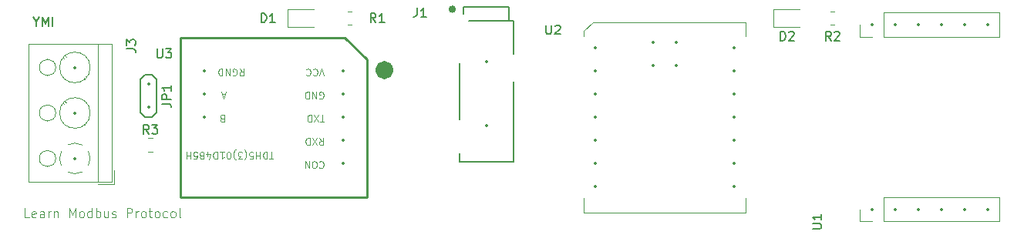
<source format=gto>
%TF.GenerationSoftware,KiCad,Pcbnew,8.0.3*%
%TF.CreationDate,2024-07-22T20:15:05+05:30*%
%TF.ProjectId,learn_modbus_v1,6c656172-6e5f-46d6-9f64-6275735f7631,rev?*%
%TF.SameCoordinates,Original*%
%TF.FileFunction,Legend,Top*%
%TF.FilePolarity,Positive*%
%FSLAX46Y46*%
G04 Gerber Fmt 4.6, Leading zero omitted, Abs format (unit mm)*
G04 Created by KiCad (PCBNEW 8.0.3) date 2024-07-22 20:15:05*
%MOMM*%
%LPD*%
G01*
G04 APERTURE LIST*
%ADD10C,0.200000*%
%ADD11C,0.125000*%
%ADD12C,0.150000*%
%ADD13C,0.101600*%
%ADD14C,0.120000*%
%ADD15C,0.254000*%
%ADD16C,1.100000*%
%ADD17C,0.127000*%
%ADD18C,0.400000*%
%ADD19C,0.350000*%
G04 APERTURE END LIST*
D10*
X80560149Y-67391028D02*
X80560149Y-67867219D01*
X80226816Y-66867219D02*
X80560149Y-67391028D01*
X80560149Y-67391028D02*
X80893482Y-66867219D01*
X81226816Y-67867219D02*
X81226816Y-66867219D01*
X81226816Y-66867219D02*
X81560149Y-67581504D01*
X81560149Y-67581504D02*
X81893482Y-66867219D01*
X81893482Y-66867219D02*
X81893482Y-67867219D01*
X82369673Y-67867219D02*
X82369673Y-66867219D01*
D11*
X79796521Y-88871119D02*
X79320331Y-88871119D01*
X79320331Y-88871119D02*
X79320331Y-87871119D01*
X80510807Y-88823500D02*
X80415569Y-88871119D01*
X80415569Y-88871119D02*
X80225093Y-88871119D01*
X80225093Y-88871119D02*
X80129855Y-88823500D01*
X80129855Y-88823500D02*
X80082236Y-88728261D01*
X80082236Y-88728261D02*
X80082236Y-88347309D01*
X80082236Y-88347309D02*
X80129855Y-88252071D01*
X80129855Y-88252071D02*
X80225093Y-88204452D01*
X80225093Y-88204452D02*
X80415569Y-88204452D01*
X80415569Y-88204452D02*
X80510807Y-88252071D01*
X80510807Y-88252071D02*
X80558426Y-88347309D01*
X80558426Y-88347309D02*
X80558426Y-88442547D01*
X80558426Y-88442547D02*
X80082236Y-88537785D01*
X81415569Y-88871119D02*
X81415569Y-88347309D01*
X81415569Y-88347309D02*
X81367950Y-88252071D01*
X81367950Y-88252071D02*
X81272712Y-88204452D01*
X81272712Y-88204452D02*
X81082236Y-88204452D01*
X81082236Y-88204452D02*
X80986998Y-88252071D01*
X81415569Y-88823500D02*
X81320331Y-88871119D01*
X81320331Y-88871119D02*
X81082236Y-88871119D01*
X81082236Y-88871119D02*
X80986998Y-88823500D01*
X80986998Y-88823500D02*
X80939379Y-88728261D01*
X80939379Y-88728261D02*
X80939379Y-88633023D01*
X80939379Y-88633023D02*
X80986998Y-88537785D01*
X80986998Y-88537785D02*
X81082236Y-88490166D01*
X81082236Y-88490166D02*
X81320331Y-88490166D01*
X81320331Y-88490166D02*
X81415569Y-88442547D01*
X81891760Y-88871119D02*
X81891760Y-88204452D01*
X81891760Y-88394928D02*
X81939379Y-88299690D01*
X81939379Y-88299690D02*
X81986998Y-88252071D01*
X81986998Y-88252071D02*
X82082236Y-88204452D01*
X82082236Y-88204452D02*
X82177474Y-88204452D01*
X82510808Y-88204452D02*
X82510808Y-88871119D01*
X82510808Y-88299690D02*
X82558427Y-88252071D01*
X82558427Y-88252071D02*
X82653665Y-88204452D01*
X82653665Y-88204452D02*
X82796522Y-88204452D01*
X82796522Y-88204452D02*
X82891760Y-88252071D01*
X82891760Y-88252071D02*
X82939379Y-88347309D01*
X82939379Y-88347309D02*
X82939379Y-88871119D01*
X84177475Y-88871119D02*
X84177475Y-87871119D01*
X84177475Y-87871119D02*
X84510808Y-88585404D01*
X84510808Y-88585404D02*
X84844141Y-87871119D01*
X84844141Y-87871119D02*
X84844141Y-88871119D01*
X85463189Y-88871119D02*
X85367951Y-88823500D01*
X85367951Y-88823500D02*
X85320332Y-88775880D01*
X85320332Y-88775880D02*
X85272713Y-88680642D01*
X85272713Y-88680642D02*
X85272713Y-88394928D01*
X85272713Y-88394928D02*
X85320332Y-88299690D01*
X85320332Y-88299690D02*
X85367951Y-88252071D01*
X85367951Y-88252071D02*
X85463189Y-88204452D01*
X85463189Y-88204452D02*
X85606046Y-88204452D01*
X85606046Y-88204452D02*
X85701284Y-88252071D01*
X85701284Y-88252071D02*
X85748903Y-88299690D01*
X85748903Y-88299690D02*
X85796522Y-88394928D01*
X85796522Y-88394928D02*
X85796522Y-88680642D01*
X85796522Y-88680642D02*
X85748903Y-88775880D01*
X85748903Y-88775880D02*
X85701284Y-88823500D01*
X85701284Y-88823500D02*
X85606046Y-88871119D01*
X85606046Y-88871119D02*
X85463189Y-88871119D01*
X86653665Y-88871119D02*
X86653665Y-87871119D01*
X86653665Y-88823500D02*
X86558427Y-88871119D01*
X86558427Y-88871119D02*
X86367951Y-88871119D01*
X86367951Y-88871119D02*
X86272713Y-88823500D01*
X86272713Y-88823500D02*
X86225094Y-88775880D01*
X86225094Y-88775880D02*
X86177475Y-88680642D01*
X86177475Y-88680642D02*
X86177475Y-88394928D01*
X86177475Y-88394928D02*
X86225094Y-88299690D01*
X86225094Y-88299690D02*
X86272713Y-88252071D01*
X86272713Y-88252071D02*
X86367951Y-88204452D01*
X86367951Y-88204452D02*
X86558427Y-88204452D01*
X86558427Y-88204452D02*
X86653665Y-88252071D01*
X87129856Y-88871119D02*
X87129856Y-87871119D01*
X87129856Y-88252071D02*
X87225094Y-88204452D01*
X87225094Y-88204452D02*
X87415570Y-88204452D01*
X87415570Y-88204452D02*
X87510808Y-88252071D01*
X87510808Y-88252071D02*
X87558427Y-88299690D01*
X87558427Y-88299690D02*
X87606046Y-88394928D01*
X87606046Y-88394928D02*
X87606046Y-88680642D01*
X87606046Y-88680642D02*
X87558427Y-88775880D01*
X87558427Y-88775880D02*
X87510808Y-88823500D01*
X87510808Y-88823500D02*
X87415570Y-88871119D01*
X87415570Y-88871119D02*
X87225094Y-88871119D01*
X87225094Y-88871119D02*
X87129856Y-88823500D01*
X88463189Y-88204452D02*
X88463189Y-88871119D01*
X88034618Y-88204452D02*
X88034618Y-88728261D01*
X88034618Y-88728261D02*
X88082237Y-88823500D01*
X88082237Y-88823500D02*
X88177475Y-88871119D01*
X88177475Y-88871119D02*
X88320332Y-88871119D01*
X88320332Y-88871119D02*
X88415570Y-88823500D01*
X88415570Y-88823500D02*
X88463189Y-88775880D01*
X88891761Y-88823500D02*
X88986999Y-88871119D01*
X88986999Y-88871119D02*
X89177475Y-88871119D01*
X89177475Y-88871119D02*
X89272713Y-88823500D01*
X89272713Y-88823500D02*
X89320332Y-88728261D01*
X89320332Y-88728261D02*
X89320332Y-88680642D01*
X89320332Y-88680642D02*
X89272713Y-88585404D01*
X89272713Y-88585404D02*
X89177475Y-88537785D01*
X89177475Y-88537785D02*
X89034618Y-88537785D01*
X89034618Y-88537785D02*
X88939380Y-88490166D01*
X88939380Y-88490166D02*
X88891761Y-88394928D01*
X88891761Y-88394928D02*
X88891761Y-88347309D01*
X88891761Y-88347309D02*
X88939380Y-88252071D01*
X88939380Y-88252071D02*
X89034618Y-88204452D01*
X89034618Y-88204452D02*
X89177475Y-88204452D01*
X89177475Y-88204452D02*
X89272713Y-88252071D01*
X90510809Y-88871119D02*
X90510809Y-87871119D01*
X90510809Y-87871119D02*
X90891761Y-87871119D01*
X90891761Y-87871119D02*
X90986999Y-87918738D01*
X90986999Y-87918738D02*
X91034618Y-87966357D01*
X91034618Y-87966357D02*
X91082237Y-88061595D01*
X91082237Y-88061595D02*
X91082237Y-88204452D01*
X91082237Y-88204452D02*
X91034618Y-88299690D01*
X91034618Y-88299690D02*
X90986999Y-88347309D01*
X90986999Y-88347309D02*
X90891761Y-88394928D01*
X90891761Y-88394928D02*
X90510809Y-88394928D01*
X91510809Y-88871119D02*
X91510809Y-88204452D01*
X91510809Y-88394928D02*
X91558428Y-88299690D01*
X91558428Y-88299690D02*
X91606047Y-88252071D01*
X91606047Y-88252071D02*
X91701285Y-88204452D01*
X91701285Y-88204452D02*
X91796523Y-88204452D01*
X92272714Y-88871119D02*
X92177476Y-88823500D01*
X92177476Y-88823500D02*
X92129857Y-88775880D01*
X92129857Y-88775880D02*
X92082238Y-88680642D01*
X92082238Y-88680642D02*
X92082238Y-88394928D01*
X92082238Y-88394928D02*
X92129857Y-88299690D01*
X92129857Y-88299690D02*
X92177476Y-88252071D01*
X92177476Y-88252071D02*
X92272714Y-88204452D01*
X92272714Y-88204452D02*
X92415571Y-88204452D01*
X92415571Y-88204452D02*
X92510809Y-88252071D01*
X92510809Y-88252071D02*
X92558428Y-88299690D01*
X92558428Y-88299690D02*
X92606047Y-88394928D01*
X92606047Y-88394928D02*
X92606047Y-88680642D01*
X92606047Y-88680642D02*
X92558428Y-88775880D01*
X92558428Y-88775880D02*
X92510809Y-88823500D01*
X92510809Y-88823500D02*
X92415571Y-88871119D01*
X92415571Y-88871119D02*
X92272714Y-88871119D01*
X92891762Y-88204452D02*
X93272714Y-88204452D01*
X93034619Y-87871119D02*
X93034619Y-88728261D01*
X93034619Y-88728261D02*
X93082238Y-88823500D01*
X93082238Y-88823500D02*
X93177476Y-88871119D01*
X93177476Y-88871119D02*
X93272714Y-88871119D01*
X93748905Y-88871119D02*
X93653667Y-88823500D01*
X93653667Y-88823500D02*
X93606048Y-88775880D01*
X93606048Y-88775880D02*
X93558429Y-88680642D01*
X93558429Y-88680642D02*
X93558429Y-88394928D01*
X93558429Y-88394928D02*
X93606048Y-88299690D01*
X93606048Y-88299690D02*
X93653667Y-88252071D01*
X93653667Y-88252071D02*
X93748905Y-88204452D01*
X93748905Y-88204452D02*
X93891762Y-88204452D01*
X93891762Y-88204452D02*
X93987000Y-88252071D01*
X93987000Y-88252071D02*
X94034619Y-88299690D01*
X94034619Y-88299690D02*
X94082238Y-88394928D01*
X94082238Y-88394928D02*
X94082238Y-88680642D01*
X94082238Y-88680642D02*
X94034619Y-88775880D01*
X94034619Y-88775880D02*
X93987000Y-88823500D01*
X93987000Y-88823500D02*
X93891762Y-88871119D01*
X93891762Y-88871119D02*
X93748905Y-88871119D01*
X94939381Y-88823500D02*
X94844143Y-88871119D01*
X94844143Y-88871119D02*
X94653667Y-88871119D01*
X94653667Y-88871119D02*
X94558429Y-88823500D01*
X94558429Y-88823500D02*
X94510810Y-88775880D01*
X94510810Y-88775880D02*
X94463191Y-88680642D01*
X94463191Y-88680642D02*
X94463191Y-88394928D01*
X94463191Y-88394928D02*
X94510810Y-88299690D01*
X94510810Y-88299690D02*
X94558429Y-88252071D01*
X94558429Y-88252071D02*
X94653667Y-88204452D01*
X94653667Y-88204452D02*
X94844143Y-88204452D01*
X94844143Y-88204452D02*
X94939381Y-88252071D01*
X95510810Y-88871119D02*
X95415572Y-88823500D01*
X95415572Y-88823500D02*
X95367953Y-88775880D01*
X95367953Y-88775880D02*
X95320334Y-88680642D01*
X95320334Y-88680642D02*
X95320334Y-88394928D01*
X95320334Y-88394928D02*
X95367953Y-88299690D01*
X95367953Y-88299690D02*
X95415572Y-88252071D01*
X95415572Y-88252071D02*
X95510810Y-88204452D01*
X95510810Y-88204452D02*
X95653667Y-88204452D01*
X95653667Y-88204452D02*
X95748905Y-88252071D01*
X95748905Y-88252071D02*
X95796524Y-88299690D01*
X95796524Y-88299690D02*
X95844143Y-88394928D01*
X95844143Y-88394928D02*
X95844143Y-88680642D01*
X95844143Y-88680642D02*
X95796524Y-88775880D01*
X95796524Y-88775880D02*
X95748905Y-88823500D01*
X95748905Y-88823500D02*
X95653667Y-88871119D01*
X95653667Y-88871119D02*
X95510810Y-88871119D01*
X96415572Y-88871119D02*
X96320334Y-88823500D01*
X96320334Y-88823500D02*
X96272715Y-88728261D01*
X96272715Y-88728261D02*
X96272715Y-87871119D01*
D12*
X167833333Y-69454819D02*
X167500000Y-68978628D01*
X167261905Y-69454819D02*
X167261905Y-68454819D01*
X167261905Y-68454819D02*
X167642857Y-68454819D01*
X167642857Y-68454819D02*
X167738095Y-68502438D01*
X167738095Y-68502438D02*
X167785714Y-68550057D01*
X167785714Y-68550057D02*
X167833333Y-68645295D01*
X167833333Y-68645295D02*
X167833333Y-68788152D01*
X167833333Y-68788152D02*
X167785714Y-68883390D01*
X167785714Y-68883390D02*
X167738095Y-68931009D01*
X167738095Y-68931009D02*
X167642857Y-68978628D01*
X167642857Y-68978628D02*
X167261905Y-68978628D01*
X168214286Y-68550057D02*
X168261905Y-68502438D01*
X168261905Y-68502438D02*
X168357143Y-68454819D01*
X168357143Y-68454819D02*
X168595238Y-68454819D01*
X168595238Y-68454819D02*
X168690476Y-68502438D01*
X168690476Y-68502438D02*
X168738095Y-68550057D01*
X168738095Y-68550057D02*
X168785714Y-68645295D01*
X168785714Y-68645295D02*
X168785714Y-68740533D01*
X168785714Y-68740533D02*
X168738095Y-68883390D01*
X168738095Y-68883390D02*
X168166667Y-69454819D01*
X168166667Y-69454819D02*
X168785714Y-69454819D01*
X162261905Y-69454819D02*
X162261905Y-68454819D01*
X162261905Y-68454819D02*
X162500000Y-68454819D01*
X162500000Y-68454819D02*
X162642857Y-68502438D01*
X162642857Y-68502438D02*
X162738095Y-68597676D01*
X162738095Y-68597676D02*
X162785714Y-68692914D01*
X162785714Y-68692914D02*
X162833333Y-68883390D01*
X162833333Y-68883390D02*
X162833333Y-69026247D01*
X162833333Y-69026247D02*
X162785714Y-69216723D01*
X162785714Y-69216723D02*
X162738095Y-69311961D01*
X162738095Y-69311961D02*
X162642857Y-69407200D01*
X162642857Y-69407200D02*
X162500000Y-69454819D01*
X162500000Y-69454819D02*
X162261905Y-69454819D01*
X163214286Y-68550057D02*
X163261905Y-68502438D01*
X163261905Y-68502438D02*
X163357143Y-68454819D01*
X163357143Y-68454819D02*
X163595238Y-68454819D01*
X163595238Y-68454819D02*
X163690476Y-68502438D01*
X163690476Y-68502438D02*
X163738095Y-68550057D01*
X163738095Y-68550057D02*
X163785714Y-68645295D01*
X163785714Y-68645295D02*
X163785714Y-68740533D01*
X163785714Y-68740533D02*
X163738095Y-68883390D01*
X163738095Y-68883390D02*
X163166667Y-69454819D01*
X163166667Y-69454819D02*
X163785714Y-69454819D01*
X117833333Y-67454819D02*
X117500000Y-66978628D01*
X117261905Y-67454819D02*
X117261905Y-66454819D01*
X117261905Y-66454819D02*
X117642857Y-66454819D01*
X117642857Y-66454819D02*
X117738095Y-66502438D01*
X117738095Y-66502438D02*
X117785714Y-66550057D01*
X117785714Y-66550057D02*
X117833333Y-66645295D01*
X117833333Y-66645295D02*
X117833333Y-66788152D01*
X117833333Y-66788152D02*
X117785714Y-66883390D01*
X117785714Y-66883390D02*
X117738095Y-66931009D01*
X117738095Y-66931009D02*
X117642857Y-66978628D01*
X117642857Y-66978628D02*
X117261905Y-66978628D01*
X118785714Y-67454819D02*
X118214286Y-67454819D01*
X118500000Y-67454819D02*
X118500000Y-66454819D01*
X118500000Y-66454819D02*
X118404762Y-66597676D01*
X118404762Y-66597676D02*
X118309524Y-66692914D01*
X118309524Y-66692914D02*
X118214286Y-66740533D01*
X105261905Y-67454819D02*
X105261905Y-66454819D01*
X105261905Y-66454819D02*
X105500000Y-66454819D01*
X105500000Y-66454819D02*
X105642857Y-66502438D01*
X105642857Y-66502438D02*
X105738095Y-66597676D01*
X105738095Y-66597676D02*
X105785714Y-66692914D01*
X105785714Y-66692914D02*
X105833333Y-66883390D01*
X105833333Y-66883390D02*
X105833333Y-67026247D01*
X105833333Y-67026247D02*
X105785714Y-67216723D01*
X105785714Y-67216723D02*
X105738095Y-67311961D01*
X105738095Y-67311961D02*
X105642857Y-67407200D01*
X105642857Y-67407200D02*
X105500000Y-67454819D01*
X105500000Y-67454819D02*
X105261905Y-67454819D01*
X106785714Y-67454819D02*
X106214286Y-67454819D01*
X106500000Y-67454819D02*
X106500000Y-66454819D01*
X106500000Y-66454819D02*
X106404762Y-66597676D01*
X106404762Y-66597676D02*
X106309524Y-66692914D01*
X106309524Y-66692914D02*
X106214286Y-66740533D01*
X93838095Y-70354819D02*
X93838095Y-71164342D01*
X93838095Y-71164342D02*
X93885714Y-71259580D01*
X93885714Y-71259580D02*
X93933333Y-71307200D01*
X93933333Y-71307200D02*
X94028571Y-71354819D01*
X94028571Y-71354819D02*
X94219047Y-71354819D01*
X94219047Y-71354819D02*
X94314285Y-71307200D01*
X94314285Y-71307200D02*
X94361904Y-71259580D01*
X94361904Y-71259580D02*
X94409523Y-71164342D01*
X94409523Y-71164342D02*
X94409523Y-70354819D01*
X94790476Y-70354819D02*
X95409523Y-70354819D01*
X95409523Y-70354819D02*
X95076190Y-70735771D01*
X95076190Y-70735771D02*
X95219047Y-70735771D01*
X95219047Y-70735771D02*
X95314285Y-70783390D01*
X95314285Y-70783390D02*
X95361904Y-70831009D01*
X95361904Y-70831009D02*
X95409523Y-70926247D01*
X95409523Y-70926247D02*
X95409523Y-71164342D01*
X95409523Y-71164342D02*
X95361904Y-71259580D01*
X95361904Y-71259580D02*
X95314285Y-71307200D01*
X95314285Y-71307200D02*
X95219047Y-71354819D01*
X95219047Y-71354819D02*
X94933333Y-71354819D01*
X94933333Y-71354819D02*
X94838095Y-71307200D01*
X94838095Y-71307200D02*
X94790476Y-71259580D01*
D13*
X111631300Y-82770109D02*
X111667586Y-82733824D01*
X111667586Y-82733824D02*
X111776443Y-82697538D01*
X111776443Y-82697538D02*
X111849015Y-82697538D01*
X111849015Y-82697538D02*
X111957872Y-82733824D01*
X111957872Y-82733824D02*
X112030443Y-82806395D01*
X112030443Y-82806395D02*
X112066729Y-82878966D01*
X112066729Y-82878966D02*
X112103015Y-83024109D01*
X112103015Y-83024109D02*
X112103015Y-83132966D01*
X112103015Y-83132966D02*
X112066729Y-83278109D01*
X112066729Y-83278109D02*
X112030443Y-83350681D01*
X112030443Y-83350681D02*
X111957872Y-83423252D01*
X111957872Y-83423252D02*
X111849015Y-83459538D01*
X111849015Y-83459538D02*
X111776443Y-83459538D01*
X111776443Y-83459538D02*
X111667586Y-83423252D01*
X111667586Y-83423252D02*
X111631300Y-83386966D01*
X111159586Y-83459538D02*
X111014443Y-83459538D01*
X111014443Y-83459538D02*
X110941872Y-83423252D01*
X110941872Y-83423252D02*
X110869300Y-83350681D01*
X110869300Y-83350681D02*
X110833015Y-83205538D01*
X110833015Y-83205538D02*
X110833015Y-82951538D01*
X110833015Y-82951538D02*
X110869300Y-82806395D01*
X110869300Y-82806395D02*
X110941872Y-82733824D01*
X110941872Y-82733824D02*
X111014443Y-82697538D01*
X111014443Y-82697538D02*
X111159586Y-82697538D01*
X111159586Y-82697538D02*
X111232158Y-82733824D01*
X111232158Y-82733824D02*
X111304729Y-82806395D01*
X111304729Y-82806395D02*
X111341015Y-82951538D01*
X111341015Y-82951538D02*
X111341015Y-83205538D01*
X111341015Y-83205538D02*
X111304729Y-83350681D01*
X111304729Y-83350681D02*
X111232158Y-83423252D01*
X111232158Y-83423252D02*
X111159586Y-83459538D01*
X110506443Y-82697538D02*
X110506443Y-83459538D01*
X110506443Y-83459538D02*
X110071014Y-82697538D01*
X110071014Y-82697538D02*
X110071014Y-83459538D01*
X100934719Y-78016681D02*
X100825862Y-77980395D01*
X100825862Y-77980395D02*
X100789576Y-77944109D01*
X100789576Y-77944109D02*
X100753290Y-77871538D01*
X100753290Y-77871538D02*
X100753290Y-77762681D01*
X100753290Y-77762681D02*
X100789576Y-77690109D01*
X100789576Y-77690109D02*
X100825862Y-77653824D01*
X100825862Y-77653824D02*
X100898433Y-77617538D01*
X100898433Y-77617538D02*
X101188719Y-77617538D01*
X101188719Y-77617538D02*
X101188719Y-78379538D01*
X101188719Y-78379538D02*
X100934719Y-78379538D01*
X100934719Y-78379538D02*
X100862148Y-78343252D01*
X100862148Y-78343252D02*
X100825862Y-78306966D01*
X100825862Y-78306966D02*
X100789576Y-78234395D01*
X100789576Y-78234395D02*
X100789576Y-78161824D01*
X100789576Y-78161824D02*
X100825862Y-78089252D01*
X100825862Y-78089252D02*
X100862148Y-78052966D01*
X100862148Y-78052966D02*
X100934719Y-78016681D01*
X100934719Y-78016681D02*
X101188719Y-78016681D01*
X101297555Y-75295252D02*
X100934698Y-75295252D01*
X101370126Y-75077538D02*
X101116126Y-75839538D01*
X101116126Y-75839538D02*
X100862126Y-75077538D01*
X112175586Y-78379538D02*
X111740158Y-78379538D01*
X111957872Y-77617538D02*
X111957872Y-78379538D01*
X111558729Y-78379538D02*
X111050729Y-77617538D01*
X111050729Y-78379538D02*
X111558729Y-77617538D01*
X110760444Y-77617538D02*
X110760444Y-78379538D01*
X110760444Y-78379538D02*
X110579015Y-78379538D01*
X110579015Y-78379538D02*
X110470158Y-78343252D01*
X110470158Y-78343252D02*
X110397587Y-78270681D01*
X110397587Y-78270681D02*
X110361301Y-78198109D01*
X110361301Y-78198109D02*
X110325015Y-78052966D01*
X110325015Y-78052966D02*
X110325015Y-77944109D01*
X110325015Y-77944109D02*
X110361301Y-77798966D01*
X110361301Y-77798966D02*
X110397587Y-77726395D01*
X110397587Y-77726395D02*
X110470158Y-77653824D01*
X110470158Y-77653824D02*
X110579015Y-77617538D01*
X110579015Y-77617538D02*
X110760444Y-77617538D01*
X112175586Y-73299538D02*
X111921586Y-72537538D01*
X111921586Y-72537538D02*
X111667586Y-73299538D01*
X110978157Y-72610109D02*
X111014443Y-72573824D01*
X111014443Y-72573824D02*
X111123300Y-72537538D01*
X111123300Y-72537538D02*
X111195872Y-72537538D01*
X111195872Y-72537538D02*
X111304729Y-72573824D01*
X111304729Y-72573824D02*
X111377300Y-72646395D01*
X111377300Y-72646395D02*
X111413586Y-72718966D01*
X111413586Y-72718966D02*
X111449872Y-72864109D01*
X111449872Y-72864109D02*
X111449872Y-72972966D01*
X111449872Y-72972966D02*
X111413586Y-73118109D01*
X111413586Y-73118109D02*
X111377300Y-73190681D01*
X111377300Y-73190681D02*
X111304729Y-73263252D01*
X111304729Y-73263252D02*
X111195872Y-73299538D01*
X111195872Y-73299538D02*
X111123300Y-73299538D01*
X111123300Y-73299538D02*
X111014443Y-73263252D01*
X111014443Y-73263252D02*
X110978157Y-73226966D01*
X110216157Y-72610109D02*
X110252443Y-72573824D01*
X110252443Y-72573824D02*
X110361300Y-72537538D01*
X110361300Y-72537538D02*
X110433872Y-72537538D01*
X110433872Y-72537538D02*
X110542729Y-72573824D01*
X110542729Y-72573824D02*
X110615300Y-72646395D01*
X110615300Y-72646395D02*
X110651586Y-72718966D01*
X110651586Y-72718966D02*
X110687872Y-72864109D01*
X110687872Y-72864109D02*
X110687872Y-72972966D01*
X110687872Y-72972966D02*
X110651586Y-73118109D01*
X110651586Y-73118109D02*
X110615300Y-73190681D01*
X110615300Y-73190681D02*
X110542729Y-73263252D01*
X110542729Y-73263252D02*
X110433872Y-73299538D01*
X110433872Y-73299538D02*
X110361300Y-73299538D01*
X110361300Y-73299538D02*
X110252443Y-73263252D01*
X110252443Y-73263252D02*
X110216157Y-73226966D01*
X106587586Y-82443538D02*
X106152158Y-82443538D01*
X106369872Y-81681538D02*
X106369872Y-82443538D01*
X105898158Y-81681538D02*
X105898158Y-82443538D01*
X105898158Y-82443538D02*
X105716729Y-82443538D01*
X105716729Y-82443538D02*
X105607872Y-82407252D01*
X105607872Y-82407252D02*
X105535301Y-82334681D01*
X105535301Y-82334681D02*
X105499015Y-82262109D01*
X105499015Y-82262109D02*
X105462729Y-82116966D01*
X105462729Y-82116966D02*
X105462729Y-82008109D01*
X105462729Y-82008109D02*
X105499015Y-81862966D01*
X105499015Y-81862966D02*
X105535301Y-81790395D01*
X105535301Y-81790395D02*
X105607872Y-81717824D01*
X105607872Y-81717824D02*
X105716729Y-81681538D01*
X105716729Y-81681538D02*
X105898158Y-81681538D01*
X105136158Y-81681538D02*
X105136158Y-82443538D01*
X105136158Y-82080681D02*
X104700729Y-82080681D01*
X104700729Y-81681538D02*
X104700729Y-82443538D01*
X103975015Y-82443538D02*
X104337872Y-82443538D01*
X104337872Y-82443538D02*
X104374158Y-82080681D01*
X104374158Y-82080681D02*
X104337872Y-82116966D01*
X104337872Y-82116966D02*
X104265301Y-82153252D01*
X104265301Y-82153252D02*
X104083872Y-82153252D01*
X104083872Y-82153252D02*
X104011301Y-82116966D01*
X104011301Y-82116966D02*
X103975015Y-82080681D01*
X103975015Y-82080681D02*
X103938729Y-82008109D01*
X103938729Y-82008109D02*
X103938729Y-81826681D01*
X103938729Y-81826681D02*
X103975015Y-81754109D01*
X103975015Y-81754109D02*
X104011301Y-81717824D01*
X104011301Y-81717824D02*
X104083872Y-81681538D01*
X104083872Y-81681538D02*
X104265301Y-81681538D01*
X104265301Y-81681538D02*
X104337872Y-81717824D01*
X104337872Y-81717824D02*
X104374158Y-81754109D01*
X103394444Y-81391252D02*
X103430729Y-81427538D01*
X103430729Y-81427538D02*
X103503301Y-81536395D01*
X103503301Y-81536395D02*
X103539587Y-81608966D01*
X103539587Y-81608966D02*
X103575872Y-81717824D01*
X103575872Y-81717824D02*
X103612158Y-81899252D01*
X103612158Y-81899252D02*
X103612158Y-82044395D01*
X103612158Y-82044395D02*
X103575872Y-82225824D01*
X103575872Y-82225824D02*
X103539587Y-82334681D01*
X103539587Y-82334681D02*
X103503301Y-82407252D01*
X103503301Y-82407252D02*
X103430729Y-82516109D01*
X103430729Y-82516109D02*
X103394444Y-82552395D01*
X103176729Y-82443538D02*
X102705015Y-82443538D01*
X102705015Y-82443538D02*
X102959015Y-82153252D01*
X102959015Y-82153252D02*
X102850158Y-82153252D01*
X102850158Y-82153252D02*
X102777587Y-82116966D01*
X102777587Y-82116966D02*
X102741301Y-82080681D01*
X102741301Y-82080681D02*
X102705015Y-82008109D01*
X102705015Y-82008109D02*
X102705015Y-81826681D01*
X102705015Y-81826681D02*
X102741301Y-81754109D01*
X102741301Y-81754109D02*
X102777587Y-81717824D01*
X102777587Y-81717824D02*
X102850158Y-81681538D01*
X102850158Y-81681538D02*
X103067872Y-81681538D01*
X103067872Y-81681538D02*
X103140444Y-81717824D01*
X103140444Y-81717824D02*
X103176729Y-81754109D01*
X102451015Y-81391252D02*
X102414730Y-81427538D01*
X102414730Y-81427538D02*
X102342158Y-81536395D01*
X102342158Y-81536395D02*
X102305873Y-81608966D01*
X102305873Y-81608966D02*
X102269587Y-81717824D01*
X102269587Y-81717824D02*
X102233301Y-81899252D01*
X102233301Y-81899252D02*
X102233301Y-82044395D01*
X102233301Y-82044395D02*
X102269587Y-82225824D01*
X102269587Y-82225824D02*
X102305873Y-82334681D01*
X102305873Y-82334681D02*
X102342158Y-82407252D01*
X102342158Y-82407252D02*
X102414730Y-82516109D01*
X102414730Y-82516109D02*
X102451015Y-82552395D01*
X101725301Y-82443538D02*
X101652730Y-82443538D01*
X101652730Y-82443538D02*
X101580158Y-82407252D01*
X101580158Y-82407252D02*
X101543873Y-82370966D01*
X101543873Y-82370966D02*
X101507587Y-82298395D01*
X101507587Y-82298395D02*
X101471301Y-82153252D01*
X101471301Y-82153252D02*
X101471301Y-81971824D01*
X101471301Y-81971824D02*
X101507587Y-81826681D01*
X101507587Y-81826681D02*
X101543873Y-81754109D01*
X101543873Y-81754109D02*
X101580158Y-81717824D01*
X101580158Y-81717824D02*
X101652730Y-81681538D01*
X101652730Y-81681538D02*
X101725301Y-81681538D01*
X101725301Y-81681538D02*
X101797873Y-81717824D01*
X101797873Y-81717824D02*
X101834158Y-81754109D01*
X101834158Y-81754109D02*
X101870444Y-81826681D01*
X101870444Y-81826681D02*
X101906730Y-81971824D01*
X101906730Y-81971824D02*
X101906730Y-82153252D01*
X101906730Y-82153252D02*
X101870444Y-82298395D01*
X101870444Y-82298395D02*
X101834158Y-82370966D01*
X101834158Y-82370966D02*
X101797873Y-82407252D01*
X101797873Y-82407252D02*
X101725301Y-82443538D01*
X100745587Y-81681538D02*
X101181016Y-81681538D01*
X100963301Y-81681538D02*
X100963301Y-82443538D01*
X100963301Y-82443538D02*
X101035873Y-82334681D01*
X101035873Y-82334681D02*
X101108444Y-82262109D01*
X101108444Y-82262109D02*
X101181016Y-82225824D01*
X100419016Y-81681538D02*
X100419016Y-82443538D01*
X100419016Y-82443538D02*
X100237587Y-82443538D01*
X100237587Y-82443538D02*
X100128730Y-82407252D01*
X100128730Y-82407252D02*
X100056159Y-82334681D01*
X100056159Y-82334681D02*
X100019873Y-82262109D01*
X100019873Y-82262109D02*
X99983587Y-82116966D01*
X99983587Y-82116966D02*
X99983587Y-82008109D01*
X99983587Y-82008109D02*
X100019873Y-81862966D01*
X100019873Y-81862966D02*
X100056159Y-81790395D01*
X100056159Y-81790395D02*
X100128730Y-81717824D01*
X100128730Y-81717824D02*
X100237587Y-81681538D01*
X100237587Y-81681538D02*
X100419016Y-81681538D01*
X99330445Y-82189538D02*
X99330445Y-81681538D01*
X99511873Y-82479824D02*
X99693302Y-81935538D01*
X99693302Y-81935538D02*
X99221587Y-81935538D01*
X98822445Y-82116966D02*
X98895016Y-82153252D01*
X98895016Y-82153252D02*
X98931302Y-82189538D01*
X98931302Y-82189538D02*
X98967588Y-82262109D01*
X98967588Y-82262109D02*
X98967588Y-82298395D01*
X98967588Y-82298395D02*
X98931302Y-82370966D01*
X98931302Y-82370966D02*
X98895016Y-82407252D01*
X98895016Y-82407252D02*
X98822445Y-82443538D01*
X98822445Y-82443538D02*
X98677302Y-82443538D01*
X98677302Y-82443538D02*
X98604731Y-82407252D01*
X98604731Y-82407252D02*
X98568445Y-82370966D01*
X98568445Y-82370966D02*
X98532159Y-82298395D01*
X98532159Y-82298395D02*
X98532159Y-82262109D01*
X98532159Y-82262109D02*
X98568445Y-82189538D01*
X98568445Y-82189538D02*
X98604731Y-82153252D01*
X98604731Y-82153252D02*
X98677302Y-82116966D01*
X98677302Y-82116966D02*
X98822445Y-82116966D01*
X98822445Y-82116966D02*
X98895016Y-82080681D01*
X98895016Y-82080681D02*
X98931302Y-82044395D01*
X98931302Y-82044395D02*
X98967588Y-81971824D01*
X98967588Y-81971824D02*
X98967588Y-81826681D01*
X98967588Y-81826681D02*
X98931302Y-81754109D01*
X98931302Y-81754109D02*
X98895016Y-81717824D01*
X98895016Y-81717824D02*
X98822445Y-81681538D01*
X98822445Y-81681538D02*
X98677302Y-81681538D01*
X98677302Y-81681538D02*
X98604731Y-81717824D01*
X98604731Y-81717824D02*
X98568445Y-81754109D01*
X98568445Y-81754109D02*
X98532159Y-81826681D01*
X98532159Y-81826681D02*
X98532159Y-81971824D01*
X98532159Y-81971824D02*
X98568445Y-82044395D01*
X98568445Y-82044395D02*
X98604731Y-82080681D01*
X98604731Y-82080681D02*
X98677302Y-82116966D01*
X97842731Y-82443538D02*
X98205588Y-82443538D01*
X98205588Y-82443538D02*
X98241874Y-82080681D01*
X98241874Y-82080681D02*
X98205588Y-82116966D01*
X98205588Y-82116966D02*
X98133017Y-82153252D01*
X98133017Y-82153252D02*
X97951588Y-82153252D01*
X97951588Y-82153252D02*
X97879017Y-82116966D01*
X97879017Y-82116966D02*
X97842731Y-82080681D01*
X97842731Y-82080681D02*
X97806445Y-82008109D01*
X97806445Y-82008109D02*
X97806445Y-81826681D01*
X97806445Y-81826681D02*
X97842731Y-81754109D01*
X97842731Y-81754109D02*
X97879017Y-81717824D01*
X97879017Y-81717824D02*
X97951588Y-81681538D01*
X97951588Y-81681538D02*
X98133017Y-81681538D01*
X98133017Y-81681538D02*
X98205588Y-81717824D01*
X98205588Y-81717824D02*
X98241874Y-81754109D01*
X97479874Y-81681538D02*
X97479874Y-82443538D01*
X97479874Y-82080681D02*
X97044445Y-82080681D01*
X97044445Y-81681538D02*
X97044445Y-82443538D01*
X111667586Y-75803252D02*
X111740158Y-75839538D01*
X111740158Y-75839538D02*
X111849015Y-75839538D01*
X111849015Y-75839538D02*
X111957872Y-75803252D01*
X111957872Y-75803252D02*
X112030443Y-75730681D01*
X112030443Y-75730681D02*
X112066729Y-75658109D01*
X112066729Y-75658109D02*
X112103015Y-75512966D01*
X112103015Y-75512966D02*
X112103015Y-75404109D01*
X112103015Y-75404109D02*
X112066729Y-75258966D01*
X112066729Y-75258966D02*
X112030443Y-75186395D01*
X112030443Y-75186395D02*
X111957872Y-75113824D01*
X111957872Y-75113824D02*
X111849015Y-75077538D01*
X111849015Y-75077538D02*
X111776443Y-75077538D01*
X111776443Y-75077538D02*
X111667586Y-75113824D01*
X111667586Y-75113824D02*
X111631300Y-75150109D01*
X111631300Y-75150109D02*
X111631300Y-75404109D01*
X111631300Y-75404109D02*
X111776443Y-75404109D01*
X111304729Y-75077538D02*
X111304729Y-75839538D01*
X111304729Y-75839538D02*
X110869300Y-75077538D01*
X110869300Y-75077538D02*
X110869300Y-75839538D01*
X110506443Y-75077538D02*
X110506443Y-75839538D01*
X110506443Y-75839538D02*
X110325014Y-75839538D01*
X110325014Y-75839538D02*
X110216157Y-75803252D01*
X110216157Y-75803252D02*
X110143586Y-75730681D01*
X110143586Y-75730681D02*
X110107300Y-75658109D01*
X110107300Y-75658109D02*
X110071014Y-75512966D01*
X110071014Y-75512966D02*
X110071014Y-75404109D01*
X110071014Y-75404109D02*
X110107300Y-75258966D01*
X110107300Y-75258966D02*
X110143586Y-75186395D01*
X110143586Y-75186395D02*
X110216157Y-75113824D01*
X110216157Y-75113824D02*
X110325014Y-75077538D01*
X110325014Y-75077538D02*
X110506443Y-75077538D01*
X111631300Y-80157538D02*
X111885300Y-80520395D01*
X112066729Y-80157538D02*
X112066729Y-80919538D01*
X112066729Y-80919538D02*
X111776443Y-80919538D01*
X111776443Y-80919538D02*
X111703872Y-80883252D01*
X111703872Y-80883252D02*
X111667586Y-80846966D01*
X111667586Y-80846966D02*
X111631300Y-80774395D01*
X111631300Y-80774395D02*
X111631300Y-80665538D01*
X111631300Y-80665538D02*
X111667586Y-80592966D01*
X111667586Y-80592966D02*
X111703872Y-80556681D01*
X111703872Y-80556681D02*
X111776443Y-80520395D01*
X111776443Y-80520395D02*
X112066729Y-80520395D01*
X111377300Y-80919538D02*
X110869300Y-80157538D01*
X110869300Y-80919538D02*
X111377300Y-80157538D01*
X110579015Y-80157538D02*
X110579015Y-80919538D01*
X110579015Y-80919538D02*
X110397586Y-80919538D01*
X110397586Y-80919538D02*
X110288729Y-80883252D01*
X110288729Y-80883252D02*
X110216158Y-80810681D01*
X110216158Y-80810681D02*
X110179872Y-80738109D01*
X110179872Y-80738109D02*
X110143586Y-80592966D01*
X110143586Y-80592966D02*
X110143586Y-80484109D01*
X110143586Y-80484109D02*
X110179872Y-80338966D01*
X110179872Y-80338966D02*
X110216158Y-80266395D01*
X110216158Y-80266395D02*
X110288729Y-80193824D01*
X110288729Y-80193824D02*
X110397586Y-80157538D01*
X110397586Y-80157538D02*
X110579015Y-80157538D01*
X102868300Y-72537538D02*
X103122300Y-72900395D01*
X103303729Y-72537538D02*
X103303729Y-73299538D01*
X103303729Y-73299538D02*
X103013443Y-73299538D01*
X103013443Y-73299538D02*
X102940872Y-73263252D01*
X102940872Y-73263252D02*
X102904586Y-73226966D01*
X102904586Y-73226966D02*
X102868300Y-73154395D01*
X102868300Y-73154395D02*
X102868300Y-73045538D01*
X102868300Y-73045538D02*
X102904586Y-72972966D01*
X102904586Y-72972966D02*
X102940872Y-72936681D01*
X102940872Y-72936681D02*
X103013443Y-72900395D01*
X103013443Y-72900395D02*
X103303729Y-72900395D01*
X102142586Y-73263252D02*
X102215158Y-73299538D01*
X102215158Y-73299538D02*
X102324015Y-73299538D01*
X102324015Y-73299538D02*
X102432872Y-73263252D01*
X102432872Y-73263252D02*
X102505443Y-73190681D01*
X102505443Y-73190681D02*
X102541729Y-73118109D01*
X102541729Y-73118109D02*
X102578015Y-72972966D01*
X102578015Y-72972966D02*
X102578015Y-72864109D01*
X102578015Y-72864109D02*
X102541729Y-72718966D01*
X102541729Y-72718966D02*
X102505443Y-72646395D01*
X102505443Y-72646395D02*
X102432872Y-72573824D01*
X102432872Y-72573824D02*
X102324015Y-72537538D01*
X102324015Y-72537538D02*
X102251443Y-72537538D01*
X102251443Y-72537538D02*
X102142586Y-72573824D01*
X102142586Y-72573824D02*
X102106300Y-72610109D01*
X102106300Y-72610109D02*
X102106300Y-72864109D01*
X102106300Y-72864109D02*
X102251443Y-72864109D01*
X101779729Y-72537538D02*
X101779729Y-73299538D01*
X101779729Y-73299538D02*
X101344300Y-72537538D01*
X101344300Y-72537538D02*
X101344300Y-73299538D01*
X100981443Y-72537538D02*
X100981443Y-73299538D01*
X100981443Y-73299538D02*
X100800014Y-73299538D01*
X100800014Y-73299538D02*
X100691157Y-73263252D01*
X100691157Y-73263252D02*
X100618586Y-73190681D01*
X100618586Y-73190681D02*
X100582300Y-73118109D01*
X100582300Y-73118109D02*
X100546014Y-72972966D01*
X100546014Y-72972966D02*
X100546014Y-72864109D01*
X100546014Y-72864109D02*
X100582300Y-72718966D01*
X100582300Y-72718966D02*
X100618586Y-72646395D01*
X100618586Y-72646395D02*
X100691157Y-72573824D01*
X100691157Y-72573824D02*
X100800014Y-72537538D01*
X100800014Y-72537538D02*
X100981443Y-72537538D01*
D12*
X94354819Y-76383333D02*
X95069104Y-76383333D01*
X95069104Y-76383333D02*
X95211961Y-76430952D01*
X95211961Y-76430952D02*
X95307200Y-76526190D01*
X95307200Y-76526190D02*
X95354819Y-76669047D01*
X95354819Y-76669047D02*
X95354819Y-76764285D01*
X95354819Y-75907142D02*
X94354819Y-75907142D01*
X94354819Y-75907142D02*
X94354819Y-75526190D01*
X94354819Y-75526190D02*
X94402438Y-75430952D01*
X94402438Y-75430952D02*
X94450057Y-75383333D01*
X94450057Y-75383333D02*
X94545295Y-75335714D01*
X94545295Y-75335714D02*
X94688152Y-75335714D01*
X94688152Y-75335714D02*
X94783390Y-75383333D01*
X94783390Y-75383333D02*
X94831009Y-75430952D01*
X94831009Y-75430952D02*
X94878628Y-75526190D01*
X94878628Y-75526190D02*
X94878628Y-75907142D01*
X95354819Y-74383333D02*
X95354819Y-74954761D01*
X95354819Y-74669047D02*
X94354819Y-74669047D01*
X94354819Y-74669047D02*
X94497676Y-74764285D01*
X94497676Y-74764285D02*
X94592914Y-74859523D01*
X94592914Y-74859523D02*
X94640533Y-74954761D01*
X90454819Y-70333333D02*
X91169104Y-70333333D01*
X91169104Y-70333333D02*
X91311961Y-70380952D01*
X91311961Y-70380952D02*
X91407200Y-70476190D01*
X91407200Y-70476190D02*
X91454819Y-70619047D01*
X91454819Y-70619047D02*
X91454819Y-70714285D01*
X90454819Y-69952380D02*
X90454819Y-69333333D01*
X90454819Y-69333333D02*
X90835771Y-69666666D01*
X90835771Y-69666666D02*
X90835771Y-69523809D01*
X90835771Y-69523809D02*
X90883390Y-69428571D01*
X90883390Y-69428571D02*
X90931009Y-69380952D01*
X90931009Y-69380952D02*
X91026247Y-69333333D01*
X91026247Y-69333333D02*
X91264342Y-69333333D01*
X91264342Y-69333333D02*
X91359580Y-69380952D01*
X91359580Y-69380952D02*
X91407200Y-69428571D01*
X91407200Y-69428571D02*
X91454819Y-69523809D01*
X91454819Y-69523809D02*
X91454819Y-69809523D01*
X91454819Y-69809523D02*
X91407200Y-69904761D01*
X91407200Y-69904761D02*
X91359580Y-69952380D01*
X92933333Y-79704819D02*
X92600000Y-79228628D01*
X92361905Y-79704819D02*
X92361905Y-78704819D01*
X92361905Y-78704819D02*
X92742857Y-78704819D01*
X92742857Y-78704819D02*
X92838095Y-78752438D01*
X92838095Y-78752438D02*
X92885714Y-78800057D01*
X92885714Y-78800057D02*
X92933333Y-78895295D01*
X92933333Y-78895295D02*
X92933333Y-79038152D01*
X92933333Y-79038152D02*
X92885714Y-79133390D01*
X92885714Y-79133390D02*
X92838095Y-79181009D01*
X92838095Y-79181009D02*
X92742857Y-79228628D01*
X92742857Y-79228628D02*
X92361905Y-79228628D01*
X93266667Y-78704819D02*
X93885714Y-78704819D01*
X93885714Y-78704819D02*
X93552381Y-79085771D01*
X93552381Y-79085771D02*
X93695238Y-79085771D01*
X93695238Y-79085771D02*
X93790476Y-79133390D01*
X93790476Y-79133390D02*
X93838095Y-79181009D01*
X93838095Y-79181009D02*
X93885714Y-79276247D01*
X93885714Y-79276247D02*
X93885714Y-79514342D01*
X93885714Y-79514342D02*
X93838095Y-79609580D01*
X93838095Y-79609580D02*
X93790476Y-79657200D01*
X93790476Y-79657200D02*
X93695238Y-79704819D01*
X93695238Y-79704819D02*
X93409524Y-79704819D01*
X93409524Y-79704819D02*
X93314286Y-79657200D01*
X93314286Y-79657200D02*
X93266667Y-79609580D01*
X136538095Y-67754819D02*
X136538095Y-68564342D01*
X136538095Y-68564342D02*
X136585714Y-68659580D01*
X136585714Y-68659580D02*
X136633333Y-68707200D01*
X136633333Y-68707200D02*
X136728571Y-68754819D01*
X136728571Y-68754819D02*
X136919047Y-68754819D01*
X136919047Y-68754819D02*
X137014285Y-68707200D01*
X137014285Y-68707200D02*
X137061904Y-68659580D01*
X137061904Y-68659580D02*
X137109523Y-68564342D01*
X137109523Y-68564342D02*
X137109523Y-67754819D01*
X137538095Y-67850057D02*
X137585714Y-67802438D01*
X137585714Y-67802438D02*
X137680952Y-67754819D01*
X137680952Y-67754819D02*
X137919047Y-67754819D01*
X137919047Y-67754819D02*
X138014285Y-67802438D01*
X138014285Y-67802438D02*
X138061904Y-67850057D01*
X138061904Y-67850057D02*
X138109523Y-67945295D01*
X138109523Y-67945295D02*
X138109523Y-68040533D01*
X138109523Y-68040533D02*
X138061904Y-68183390D01*
X138061904Y-68183390D02*
X137490476Y-68754819D01*
X137490476Y-68754819D02*
X138109523Y-68754819D01*
X122365136Y-65852352D02*
X122365136Y-66569917D01*
X122365136Y-66569917D02*
X122317298Y-66713430D01*
X122317298Y-66713430D02*
X122221623Y-66809106D01*
X122221623Y-66809106D02*
X122078110Y-66856943D01*
X122078110Y-66856943D02*
X121982435Y-66856943D01*
X123369727Y-66856943D02*
X122795675Y-66856943D01*
X123082701Y-66856943D02*
X123082701Y-65852352D01*
X123082701Y-65852352D02*
X122987026Y-65995865D01*
X122987026Y-65995865D02*
X122891351Y-66091541D01*
X122891351Y-66091541D02*
X122795675Y-66139378D01*
X165784819Y-90121904D02*
X166594342Y-90121904D01*
X166594342Y-90121904D02*
X166689580Y-90074285D01*
X166689580Y-90074285D02*
X166737200Y-90026666D01*
X166737200Y-90026666D02*
X166784819Y-89931428D01*
X166784819Y-89931428D02*
X166784819Y-89740952D01*
X166784819Y-89740952D02*
X166737200Y-89645714D01*
X166737200Y-89645714D02*
X166689580Y-89598095D01*
X166689580Y-89598095D02*
X166594342Y-89550476D01*
X166594342Y-89550476D02*
X165784819Y-89550476D01*
X166784819Y-88550476D02*
X166784819Y-89121904D01*
X166784819Y-88836190D02*
X165784819Y-88836190D01*
X165784819Y-88836190D02*
X165927676Y-88931428D01*
X165927676Y-88931428D02*
X166022914Y-89026666D01*
X166022914Y-89026666D02*
X166070533Y-89121904D01*
D14*
%TO.C,R2*%
X168227064Y-66265000D02*
X167772936Y-66265000D01*
X168227064Y-67735000D02*
X167772936Y-67735000D01*
%TO.C,D2*%
X161540000Y-66040000D02*
X161540000Y-67960000D01*
X161540000Y-67960000D02*
X164400000Y-67960000D01*
X164400000Y-66040000D02*
X161540000Y-66040000D01*
%TO.C,R1*%
X115227064Y-66265000D02*
X114772936Y-66265000D01*
X115227064Y-67735000D02*
X114772936Y-67735000D01*
%TO.C,D1*%
X108140000Y-66040000D02*
X108140000Y-67960000D01*
X108140000Y-67960000D02*
X111000000Y-67960000D01*
X111000000Y-66040000D02*
X108140000Y-66040000D01*
D15*
%TO.C,U3*%
X96350000Y-69150000D02*
X96350000Y-86650000D01*
X114449310Y-69150000D02*
X96350000Y-69150000D01*
X116850000Y-71550690D02*
X114449310Y-69150000D01*
X116850000Y-71550690D02*
X116850000Y-86650000D01*
X116850000Y-86650000D02*
X96350000Y-86650000D01*
D16*
X119249910Y-72693000D02*
G75*
G02*
X118334090Y-72693000I-457910J0D01*
G01*
X118334090Y-72693000D02*
G75*
G02*
X119249910Y-72693000I457910J0D01*
G01*
D12*
%TO.C,JP1*%
X92000000Y-73720000D02*
X92500000Y-73220000D01*
X92000000Y-77320000D02*
X92000000Y-73720000D01*
X92500000Y-73220000D02*
X93300000Y-73220000D01*
X92500000Y-77820000D02*
X92000000Y-77320000D01*
X93300000Y-73220000D02*
X93800000Y-73720000D01*
X93300000Y-77820000D02*
X92500000Y-77820000D01*
X93800000Y-73720000D02*
X93800000Y-77320000D01*
X93800000Y-77320000D02*
X93300000Y-77820000D01*
D14*
%TO.C,J3*%
X79740000Y-69840000D02*
X88860000Y-69840000D01*
X79740000Y-84960000D02*
X79740000Y-69840000D01*
X79740000Y-84960000D02*
X88860000Y-84960000D01*
X83525000Y-71330000D02*
X83584000Y-71389000D01*
X83525000Y-76330000D02*
X83584000Y-76389000D01*
X83731000Y-71125000D02*
X83824000Y-71219000D01*
X83731000Y-76125000D02*
X83824000Y-76219000D01*
X85776000Y-73580000D02*
X85869000Y-73674000D01*
X85776000Y-78580000D02*
X85869000Y-78674000D01*
X86016000Y-73410000D02*
X86074000Y-73469000D01*
X86016000Y-78410000D02*
X86074000Y-78469000D01*
X87300000Y-84960000D02*
X87300000Y-69840000D01*
X87360000Y-85200000D02*
X89100000Y-85200000D01*
X88860000Y-84960000D02*
X88860000Y-69840000D01*
X89100000Y-85200000D02*
X89100000Y-83700000D01*
X83316047Y-83189089D02*
G75*
G02*
X83316000Y-81611000I1483948J789089D01*
G01*
X84010911Y-80916047D02*
G75*
G02*
X85589000Y-80916000I789089J-1483953D01*
G01*
X85589089Y-83883953D02*
G75*
G02*
X84011000Y-83884000I-789089J1483948D01*
G01*
X86283352Y-81611288D02*
G75*
G02*
X86480000Y-82400000I-1483352J-788712D01*
G01*
X86480450Y-82370617D02*
G75*
G02*
X86284000Y-83189000I-1680445J-29385D01*
G01*
X82700000Y-72400000D02*
G75*
G02*
X80900000Y-72400000I-900000J0D01*
G01*
X80900000Y-72400000D02*
G75*
G02*
X82700000Y-72400000I900000J0D01*
G01*
X82700000Y-77400000D02*
G75*
G02*
X80900000Y-77400000I-900000J0D01*
G01*
X80900000Y-77400000D02*
G75*
G02*
X82700000Y-77400000I900000J0D01*
G01*
X82700000Y-82400000D02*
G75*
G02*
X80900000Y-82400000I-900000J0D01*
G01*
X80900000Y-82400000D02*
G75*
G02*
X82700000Y-82400000I900000J0D01*
G01*
X86480000Y-72400000D02*
G75*
G02*
X83120000Y-72400000I-1680000J0D01*
G01*
X83120000Y-72400000D02*
G75*
G02*
X86480000Y-72400000I1680000J0D01*
G01*
X86480000Y-77400000D02*
G75*
G02*
X83120000Y-77400000I-1680000J0D01*
G01*
X83120000Y-77400000D02*
G75*
G02*
X86480000Y-77400000I1680000J0D01*
G01*
%TO.C,R3*%
X92872936Y-80165000D02*
X93327064Y-80165000D01*
X92872936Y-81635000D02*
X93327064Y-81635000D01*
%TO.C,U2*%
X140710000Y-68375000D02*
X141662500Y-67422500D01*
X140710000Y-69010000D02*
X140710000Y-68375000D01*
X140710000Y-86790000D02*
X140710000Y-88377500D01*
X140710000Y-88377500D02*
X158490000Y-88377500D01*
X141662500Y-67422500D02*
X158490000Y-67422500D01*
X158490000Y-67422500D02*
X158490000Y-69010000D01*
X158490000Y-88377500D02*
X158490000Y-86790000D01*
D17*
%TO.C,J1*%
X127000000Y-71950000D02*
X127000000Y-78150000D01*
X127000000Y-81800000D02*
X127000000Y-82750000D01*
X127500000Y-65750000D02*
X127500000Y-66550000D01*
X132500000Y-65750000D02*
X127500000Y-65750000D01*
X132500000Y-67250000D02*
X128050000Y-67250000D01*
X132500000Y-67250000D02*
X132500000Y-65750000D01*
X133000000Y-67250000D02*
X132500000Y-67250000D01*
X133000000Y-70950000D02*
X133000000Y-67250000D01*
X133000000Y-82750000D02*
X127000000Y-82750000D01*
X133000000Y-82750000D02*
X133000000Y-73950000D01*
D18*
X126450000Y-66000000D02*
G75*
G02*
X126050000Y-66000000I-200000J0D01*
G01*
X126050000Y-66000000D02*
G75*
G02*
X126450000Y-66000000I200000J0D01*
G01*
D14*
%TO.C,U1*%
X170970000Y-69030000D02*
X170970000Y-67700000D01*
X170970000Y-89330000D02*
X170970000Y-88000000D01*
X172300000Y-69030000D02*
X170970000Y-69030000D01*
X172300000Y-89330000D02*
X170970000Y-89330000D01*
X173570000Y-66370000D02*
X186330000Y-66370000D01*
X173570000Y-69030000D02*
X173570000Y-66370000D01*
X173570000Y-69030000D02*
X186330000Y-69030000D01*
X173570000Y-86670000D02*
X186330000Y-86670000D01*
X173570000Y-89330000D02*
X173570000Y-86670000D01*
X173570000Y-89330000D02*
X186330000Y-89330000D01*
X186330000Y-69030000D02*
X186330000Y-66370000D01*
X186330000Y-89330000D02*
X186330000Y-86670000D01*
%TD*%
D19*
X114220000Y-72820000D03*
X114220000Y-75360000D03*
X114220000Y-77900000D03*
X114220000Y-80440000D03*
X114220000Y-82980000D03*
X98980000Y-77900000D03*
X98980000Y-75360000D03*
X98980000Y-72820000D03*
X92900000Y-74250000D03*
X92900000Y-76790000D03*
X84800000Y-82400000D03*
X84800000Y-77400000D03*
X84800000Y-72400000D03*
X141980000Y-70280000D03*
X141980000Y-72820000D03*
X141980000Y-75360000D03*
X141980000Y-77900000D03*
X141980000Y-80440000D03*
X141980000Y-82980000D03*
X141980000Y-85520000D03*
X157220000Y-85520000D03*
X157220000Y-82980000D03*
X157220000Y-80440000D03*
X157220000Y-77900000D03*
X157220000Y-75360000D03*
X157220000Y-72820000D03*
X157220000Y-70280000D03*
X148330000Y-69645000D03*
X150870000Y-69645000D03*
X148330000Y-72185000D03*
X150870000Y-72185000D03*
X130000000Y-71750000D03*
X130000000Y-78750000D03*
X172300000Y-88000000D03*
X174840000Y-88000000D03*
X177380000Y-88000000D03*
X179920000Y-88000000D03*
X182460000Y-88000000D03*
X185000000Y-88000000D03*
X185000000Y-67700000D03*
X182460000Y-67700000D03*
X179920000Y-67700000D03*
X177380000Y-67700000D03*
X174840000Y-67700000D03*
X172300000Y-67700000D03*
M02*

</source>
